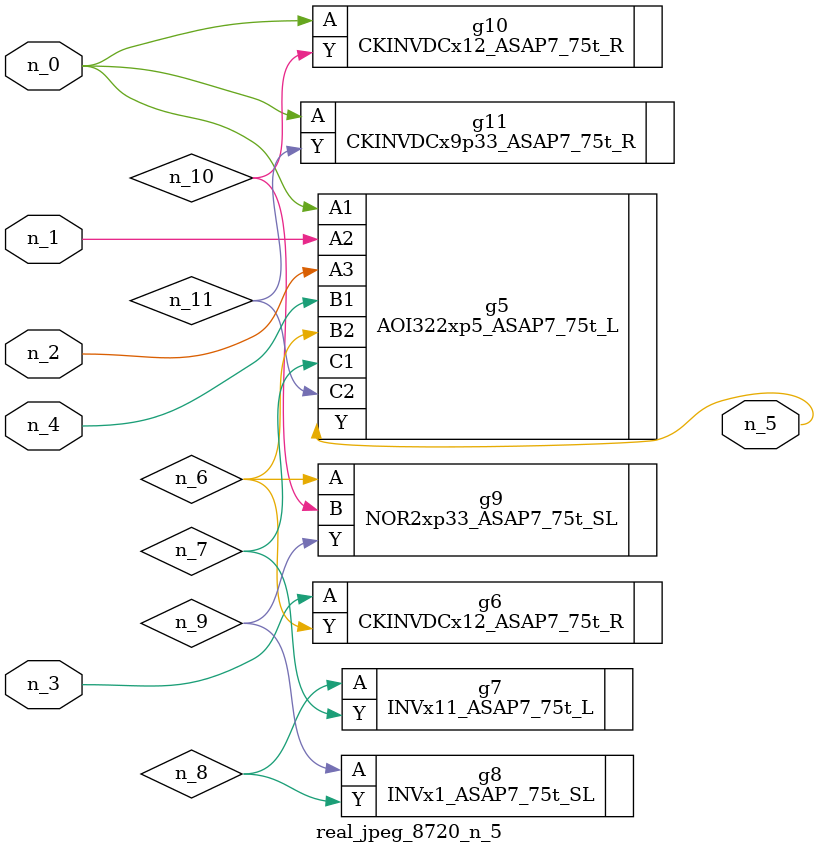
<source format=v>
module real_jpeg_8720_n_5 (n_4, n_0, n_1, n_2, n_3, n_5);

input n_4;
input n_0;
input n_1;
input n_2;
input n_3;

output n_5;

wire n_8;
wire n_11;
wire n_6;
wire n_7;
wire n_10;
wire n_9;

AOI322xp5_ASAP7_75t_L g5 ( 
.A1(n_0),
.A2(n_1),
.A3(n_2),
.B1(n_4),
.B2(n_6),
.C1(n_7),
.C2(n_11),
.Y(n_5)
);

CKINVDCx12_ASAP7_75t_R g10 ( 
.A(n_0),
.Y(n_10)
);

CKINVDCx9p33_ASAP7_75t_R g11 ( 
.A(n_0),
.Y(n_11)
);

CKINVDCx12_ASAP7_75t_R g6 ( 
.A(n_3),
.Y(n_6)
);

NOR2xp33_ASAP7_75t_SL g9 ( 
.A(n_6),
.B(n_10),
.Y(n_9)
);

INVx11_ASAP7_75t_L g7 ( 
.A(n_8),
.Y(n_7)
);

INVx1_ASAP7_75t_SL g8 ( 
.A(n_9),
.Y(n_8)
);


endmodule
</source>
